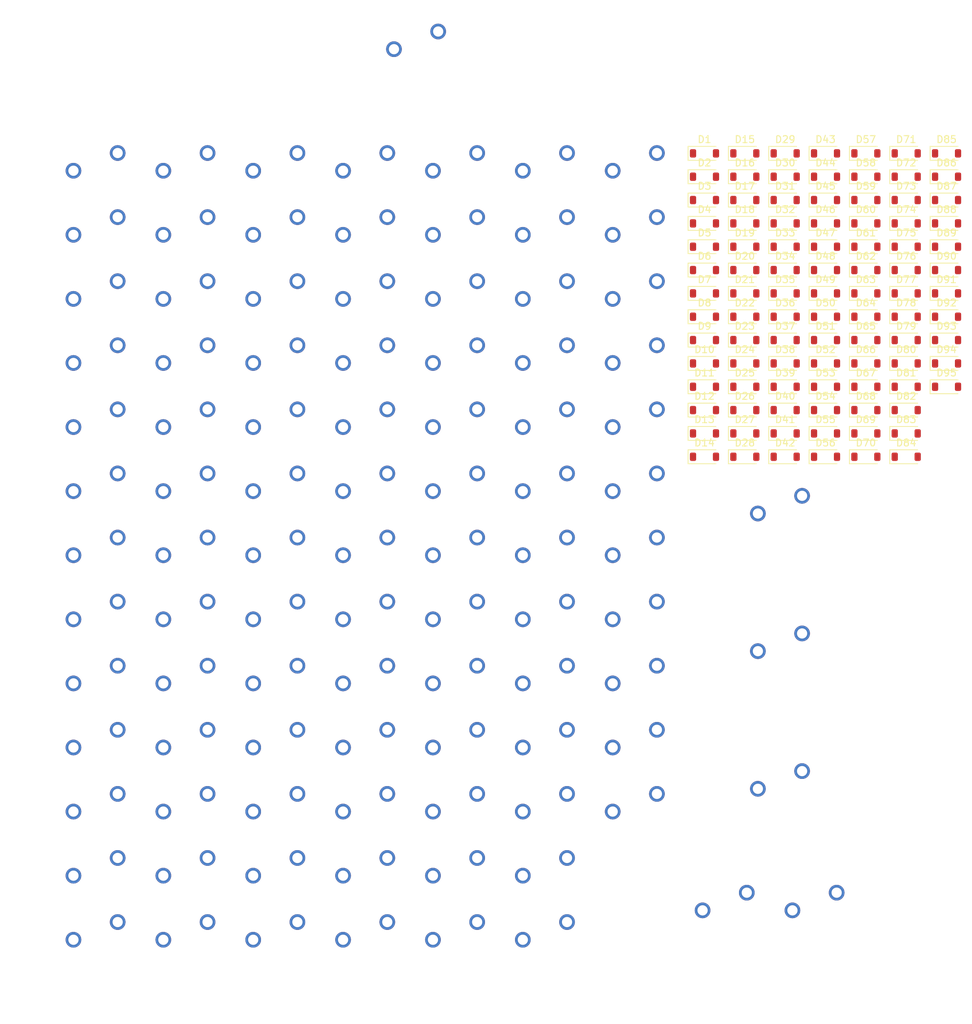
<source format=kicad_pcb>
(kicad_pcb (version 20240108) (generator "pcbnew") (generator_version "8.0")
  (layers (0 "F.Cu" signal) (31 "B.Cu" signal) (34 "B.Paste" user) (35 "F.Paste" user) (36 "B.SilkS" user "B.Silkscreen") (37 "F.SilkS" user "F.Silkscreen") (38 "B.Mask" user) (39 "F.Mask" user) (44 "Edge.Cuts" user))
  (net 0 "")
  (net 1 "ROW1")
  (net 2 "Net-(D1-A)")
  (net 3 "Net-(D2-A)")
  (net 4 "ROW2")
  (net 5 "Net-(D3-A)")
  (net 6 "ROW3")
  (net 7 "ROW4")
  (net 8 "Net-(D4-A)")
  (net 9 "Net-(D5-A)")
  (net 10 "ROW5")
  (net 11 "ROW0")
  (net 12 "Net-(D6-A)")
  (net 13 "Net-(D7-A)")
  (net 14 "Net-(D8-A)")
  (net 15 "Net-(D9-A)")
  (net 16 "Net-(D10-A)")
  (net 17 "Net-(D11-A)")
  (net 18 "Net-(D12-A)")
  (net 19 "Net-(D13-A)")
  (net 20 "Net-(D14-A)")
  (net 21 "Net-(D15-A)")
  (net 22 "Net-(D16-A)")
  (net 23 "Net-(D17-A)")
  (net 24 "Net-(D18-A)")
  (net 25 "Net-(D19-A)")
  (net 26 "Net-(D20-A)")
  (net 27 "Net-(D21-A)")
  (net 28 "Net-(D22-A)")
  (net 29 "Net-(D23-A)")
  (net 30 "Net-(D24-A)")
  (net 31 "Net-(D25-A)")
  (net 32 "Net-(D26-A)")
  (net 33 "Net-(D27-A)")
  (net 34 "Net-(D28-A)")
  (net 35 "Net-(D29-A)")
  (net 36 "Net-(D30-A)")
  (net 37 "Net-(D31-A)")
  (net 38 "Net-(D32-A)")
  (net 39 "Net-(D33-A)")
  (net 40 "Net-(D34-A)")
  (net 41 "Net-(D35-A)")
  (net 42 "Net-(D36-A)")
  (net 43 "Net-(D37-A)")
  (net 44 "Net-(D38-A)")
  (net 45 "Net-(D39-A)")
  (net 46 "Net-(D40-A)")
  (net 47 "Net-(D41-A)")
  (net 48 "Net-(D42-A)")
  (net 49 "Net-(D43-A)")
  (net 50 "Net-(D44-A)")
  (net 51 "Net-(D45-A)")
  (net 52 "Net-(D46-A)")
  (net 53 "Net-(D47-A)")
  (net 54 "Net-(D48-A)")
  (net 55 "Net-(D49-A)")
  (net 56 "Net-(D50-A)")
  (net 57 "Net-(D51-A)")
  (net 58 "Net-(D52-A)")
  (net 59 "Net-(D53-A)")
  (net 60 "Net-(D54-A)")
  (net 61 "Net-(D55-A)")
  (net 62 "Net-(D56-A)")
  (net 63 "Net-(D57-A)")
  (net 64 "Net-(D58-A)")
  (net 65 "Net-(D59-A)")
  (net 66 "Net-(D60-A)")
  (net 67 "Net-(D61-A)")
  (net 68 "Net-(D62-A)")
  (net 69 "Net-(D63-A)")
  (net 70 "Net-(D64-A)")
  (net 71 "Net-(D65-A)")
  (net 72 "Net-(D66-A)")
  (net 73 "Net-(D67-A)")
  (net 74 "Net-(D68-A)")
  (net 75 "Net-(D69-A)")
  (net 76 "Net-(D70-A)")
  (net 77 "Net-(D71-A)")
  (net 78 "Net-(D72-A)")
  (net 79 "Net-(D73-A)")
  (net 80 "Net-(D74-A)")
  (net 81 "Net-(D75-A)")
  (net 82 "Net-(D76-A)")
  (net 83 "Net-(D77-A)")
  (net 84 "Net-(D78-A)")
  (net 85 "Net-(D79-A)")
  (net 86 "Net-(D80-A)")
  (net 87 "Net-(D81-A)")
  (net 88 "Net-(D82-A)")
  (net 89 "Net-(D83-A)")
  (net 90 "Net-(D84-A)")
  (net 91 "Net-(D85-A)")
  (net 92 "Net-(D86-A)")
  (net 93 "Net-(D87-A)")
  (net 94 "Net-(D88-A)")
  (net 95 "Net-(D89-A)")
  (net 96 "Net-(D90-A)")
  (net 97 "Net-(D91-A)")
  (net 98 "Net-(D92-A)")
  (net 99 "Net-(D93-A)")
  (net 100 "Net-(D94-A)")
  (net 101 "COL0")
  (net 102 "COl1")
  (net 103 "COL2")
  (net 104 "COL3")
  (net 105 "COL4")
  (net 106 "COL5")
  (net 107 "COL6")
  (net 108 "COL7")
  (net 109 "COL8")
  (net 110 "COL9")
  (net 111 "COL10")
  (net 112 "COL11")
  (net 113 "COL12")
  (net 114 "COL13")
  (net 115 "COL14")
  (net 116 "COL15")
  (net 117 "COL16")
  (net 118 "COL17")
  (footprint "MX_Only:MXOnly-1U-NoLED" (layer "F.Cu") (at 31.775 53.5517)
    (property "Reference" "MX32")
    (property "Value" "MX-NoLED")
  )
  (footprint "Diode_SMD:D_SOD-123" (layer "F.Cu") (at 98.585 61.125)
    (property "Reference" "D27")
    (property "Value" "SOD-123")
  )
  (footprint "Diode_SMD:D_SOD-123" (layer "F.Cu") (at 127.56 44.375)
    (property "Reference" "D92")
    (property "Value" "SOD-123")
  )
  (footprint "Diode_SMD:D_SOD-123" (layer "F.Cu") (at 127.56 54.425)
    (property "Reference" "D95")
    (property "Value" "SOD-123")
  )
  (footprint "Diode_SMD:D_SOD-123" (layer "F.Cu") (at 92.79 30.975)
    (property "Reference" "D4")
    (property "Value" "SOD-123")
  )
  (footprint "Diode_SMD:D_SOD-123" (layer "F.Cu") (at 104.38 64.475)
    (property "Reference" "D42")
    (property "Value" "SOD-123")
  )
  (footprint "Diode_SMD:D_SOD-123" (layer "F.Cu") (at 92.79 20.925)
    (property "Reference" "D1")
    (property "Value" "SOD-123")
  )
  (footprint "MX_Only:MXOnly-1U-NoLED" (layer "F.Cu") (at 44.685 53.5517)
    (property "Reference" "MX46")
    (property "Value" "MX-NoLED")
  )
  (footprint "MX_Only:MXOnly-1U-NoLED" (layer "F.Cu") (at 31.775 71.9495)
    (property "Reference" "MX34")
    (property "Value" "MX-NoLED")
  )
  (footprint "MX_Only:MXOnly-1U-NoLED" (layer "F.Cu") (at 83.415 53.5517)
    (property "Reference" "MX88")
    (property "Value" "MX-NoLED")
  )
  (footprint "Diode_SMD:D_SOD-123" (layer "F.Cu") (at 98.585 37.675)
    (property "Reference" "D20")
    (property "Value" "SOD-123")
  )
  (footprint "MX_Only:MXOnly-1U-NoLED" (layer "F.Cu") (at 5.955 25.955)
    (property "Reference" "MX1")
    (property "Value" "MX-NoLED")
  )
  (footprint "MX_Only:MXOnly-1U-NoLED" (layer "F.Cu") (at 83.415 108.7451)
    (property "Reference" "MX94")
    (property "Value" "MX-NoLED")
  )
  (footprint "Diode_SMD:D_SOD-123" (layer "F.Cu") (at 110.175 27.625)
    (property "Reference" "D45")
    (property "Value" "SOD-123")
  )
  (footprint "Diode_SMD:D_SOD-123" (layer "F.Cu") (at 115.97 64.475)
    (property "Reference" "D70")
    (property "Value" "SOD-123")
  )
  (footprint "MX_Only:MXOnly-1U-NoLED" (layer "F.Cu") (at 44.685 117.944)
    (property "Reference" "MX53")
    (property "Value" "MX-NoLED")
  )
  (footprint "Diode_SMD:D_SOD-123" (layer "F.Cu") (at 92.79 41.025)
    (property "Reference" "D7")
    (property "Value" "SOD-123")
  )
  (footprint "Diode_SMD:D_SOD-123" (layer "F.Cu") (at 127.56 41.025)
    (property "Reference" "D91")
    (property "Value" "SOD-123")
  )
  (footprint "Diode_SMD:D_SOD-123" (layer "F.Cu") (at 110.175 54.425)
    (property "Reference" "D53")
    (property "Value" "SOD-123")
  )
  (footprint "MX_Only:MXOnly-1U-NoLED" (layer "F.Cu") (at 18.865 44.3528)
    (property "Reference" "MX18")
    (property "Value" "MX-NoLED")
  )
  (footprint "Diode_SMD:D_SOD-123" (layer "F.Cu") (at 115.97 37.675)
    (property "Reference" "D62")
    (property "Value" "SOD-123")
  )
  (footprint "Diode_SMD:D_SOD-123" (layer "F.Cu") (at 115.97 61.125)
    (property "Reference" "D69")
    (property "Value" "SOD-123")
  )
  (footprint "Diode_SMD:D_SOD-123" (layer "F.Cu") (at 98.585 20.925)
    (property "Reference" "D15")
    (property "Value" "SOD-123")
  )
  (footprint "MX_Only:MXOnly-1U-NoLED" (layer "F.Cu") (at 18.865 136.3418)
    (property "Reference" "MX28")
    (property "Value" "MX-NoLED")
  )
  (footprint "MX_Only:MXOnly-1U-NoLED" (layer "F.Cu") (at 70.505 71.9495)
    (property "Reference" "MX74")
    (property "Value" "MX-NoLED")
  )
  (footprint "Diode_SMD:D_SOD-123" (layer "F.Cu") (at 115.97 24.275)
    (property "Reference" "D58")
    (property "Value" "SOD-123")
  )
  (footprint "MX_Only:MXOnly-1U-NoLED" (layer "F.Cu") (at 57.595 117.944)
    (property "Reference" "MX66")
    (property "Value" "MX-NoLED")
  )
  (footprint "Diode_SMD:D_SOD-123" (layer "F.Cu") (at 127.56 47.725)
    (property "Reference" "D93")
    (property "Value" "SOD-123")
  )
  (footprint "Diode_SMD:D_SOD-123" (layer "F.Cu") (at 127.56 34.325)
    (property "Reference" "D89")
    (property "Value" "SOD-123")
  )
  (footprint "Diode_SMD:D_SOD-123" (layer "F.Cu") (at 127.56 30.975)
    (property "Reference" "D88")
    (property "Value" "SOD-123")
  )
  (footprint "Diode_SMD:D_SOD-123" (layer "F.Cu") (at 98.585 30.975)
    (property "Reference" "D18")
    (property "Value" "SOD-123")
  )
  (footprint "Diode_SMD:D_SOD-123" (layer "F.Cu") (at 104.38 57.775)
    (property "Reference" "D40")
    (property "Value" "SOD-123")
  )
  (footprint "MX_Only:MXOnly-1U-NoLED" (layer "F.Cu") (at 31.775 81.1484)
    (property "Reference" "MX35")
    (property "Value" "MX-NoLED")
  )
  (footprint "Diode_SMD:D_SOD-123" (layer "F.Cu") (at 98.585 51.075)
    (property "Reference" "D24")
    (property "Value" "SOD-123")
  )
  (footprint "MX_Only:MXOnly-1U-NoLED" (layer "F.Cu") (at 18.865 71.9495)
    (property "Reference" "MX21")
    (property "Value" "MX-NoLED")
  )
  (footprint "Diode_SMD:D_SOD-123" (layer "F.Cu") (at 115.97 41.025)
    (property "Reference" "D63")
    (property "Value" "SOD-123")
  )
  (footprint "MX_Only:MXOnly-1U-NoLED" (layer "F.Cu") (at 5.955 127.1429)
    (property "Reference" "MX14")
    (property "Value" "MX-NoLED")
  )
  (footprint "Diode_SMD:D_SOD-123" (layer "F.Cu") (at 98.585 47.725)
    (property "Reference" "D23")
    (property "Value" "SOD-123")
  )
  (footprint "Diode_SMD:D_SOD-123" (layer "F.Cu") (at 104.38 47.725)
    (property "Reference" "D37")
    (property "Value" "SOD-123")
  )
  (footprint "Diode_SMD:D_SOD-123" (layer "F.Cu") (at 104.38 34.325)
    (property "Reference" "D33")
    (property "Value" "SOD-123")
  )
  (footprint "MX_Only:MXOnly-1.5U-NoLED" (layer "F.Cu") (at 5.955 90.3473)
    (property "Reference" "MX8")
    (property "Value" "MX-NoLED")
  )
  (footprint "Diode_SMD:D_SOD-123" (layer "F.Cu") (at 92.79 54.425)
    (property "Reference" "D11")
    (property "Value" "SOD-123")
  )
  (footprint "MX_Only:MXOnly-1U-NoLED" (layer "F.Cu") (at 44.685 108.7451)
    (property "Reference" "MX52")
    (property "Value" "MX-NoLED")
  )
  (footprint "Diode_SMD:D_SOD-123" (layer "F.Cu") (at 104.38 54.425)
    (property "Reference" "D39")
    (property "Value" "SOD-123")
  )
  (footprint "MX_Only:MXOnly-1.25U-NoLED" (layer "F.Cu") (at 57.595 127.1429)
    (property "Reference" "MX67")
    (property "Value" "MX-NoLED")
  )
  (footprint "MX_Only:MXOnly-1U-NoLED" (layer "F.Cu") (at 5.955 62.7506)
    (property "Reference" "MX5")
    (property "Value" "MX-NoLED")
  )
  (footprint "MX_Only:MXOnly-1U-NoLED" (layer "F.Cu") (at 70.505 90.3473)
    (property "Reference" "MX76")
    (property "Value" "MX-NoLED")
  )
  (footprint "MX_Only:MXOnly-1.25U-NoLED" (layer "F.Cu") (at 57.595 71.9495)
    (property "Reference" "MX61")
    (property "Value" "MX-NoLED")
  )
  (footprint "Diode_SMD:D_SOD-123" (layer "F.Cu") (at 110.175 41.025)
    (property "Reference" "D49")
    (property "Value" "SOD-123")
  )
  (footprint "Diode_SMD:D_SOD-123" (layer "F.Cu") (at 104.38 20.925)
    (property "Reference" "D29")
    (property "Value" "SOD-123")
  )
  (footprint "Diode_SMD:D_SOD-123" (layer "F.Cu") (at 92.79 47.725)
    (property "Reference" "D9")
    (property "Value" "SOD-123")
  )
  (footprint "MX_Only:MXOnly-1.25U-NoLED" (layer "F.Cu") (at 18.865 90.3473)
    (property "Reference" "MX23")
    (property "Value" "MX-NoLED")
  )
  (footprint "MX_Only:MXOnly-1U-NoLED" (layer "F.Cu") (at 31.775 136.3418)
    (property "Reference" "MX42")
    (property "Value" "MX-NoLED")
  )
  (footprint "MX_Only:MXOnly-1U-NoLED" (layer "F.Cu") (at 5.955 44.3528)
    (property "Reference" "MX3")
    (property "Value" "MX-NoLED")
  )
  (footprint "MX_Only:MXOnly-1U-NoLED" (layer "F.Cu") (at 57.595 53.5517)
    (property "Reference" "MX59")
    (property "Value" "MX-NoLED")
  )
  (footprint "MX_Only:MXOnly-1U-NoLED" (layer "F.Cu") (at 18.865 99.5462)
    (property "Reference" "MX24")
    (property "Value" "MX-NoLED")
  )
  (footprint "MX_Only:MXOnly-1U-NoLED" (layer "F.Cu") (at 18.865 25.955)
    (property "Reference" "MX16")
    (property "Value" "MX-NoLED")
  )
  (footprint "MX_Only:MXOnly-1U-NoLED" (layer "F.Cu") (at 57.595 81.1484)
    (property "Reference" "MX62")
    (property "Value" "MX-NoLED")
  )
  (footprint "Diode_SMD:D_SOD-123" (layer "F.Cu") (at 92.79 34.325)
    (property "Reference" "D5")
    (property "Value" "SOD-123")
  )
  (footprint "MX_Only:MXOnly-1U-NoLED" (layer "F.Cu") (at 70.505 99.5462)
    (property "Reference" "MX78")
    (property "Value" "MX-NoLED")
  )
  (footprint "Diode_SMD:D_SOD-123" (layer "F.Cu") (at 127.56 37.675)
    (property "Reference" "D90")
    (property "Value" "SOD-123")
  )
  (footprint "Diode_SMD:D_SOD-123" (layer "F.Cu") (at 110.175 24.275)
    (property "Reference" "D44")
    (property "Value" "SOD-123")
  )
  (footprint "Diode_SMD:D_SOD-123" (layer "F.Cu") (at 121.765 34.325)
    (property "Reference" "D75")
    (property "Value" "SOD-123")
  )
  (footprint "Diode_SMD:D_SOD-123" (layer "F.Cu") (at 121.765 37.675)
    (property "Reference" "D76")
    (property "Value" "SOD-123")
  )
  (footprint "MX_Only:MXOnly-1.5U-NoLED" (layer "F.Cu") (at 70.505 108.7451)
    (property "Reference" "MX79")
    (property "Value" "MX-NoLED")
  )
  (footprint "MX_Only:MXOnly-1U-NoLED" (layer "F.Cu") (at 70.505 127.1429)
    (property "Reference" "MX82")
    (property "Value" "MX-NoLED")
  )
  (footprint "Diode_SMD:D_SOD-123" (layer "F.Cu") (at 121.765 47.725)
    (property "Reference" "D79")
    (property "Value" "SOD-123")
  )
  (footprint "Diode_SMD:D_SOD-123" (layer "F.Cu") (at 115.97 47.725)
    (property "Reference" "D65")
    (property "Value" "SOD-123")
  )
  (footprint "Diode_SMD:D_SOD-123" (layer "F.Cu") (at 104.38 41.025)
    (property "Reference" "D35")
    (property "Value" "SOD-123")
  )
  (footprint "Diode_SMD:D_SOD-123" (layer "F.Cu") (at 98.585 54.425)
    (property "Reference" "D25")
    (property "Value" "SOD-123")
  )
  (footprint "Diode_SMD:D_SOD-123" (layer "F.Cu") (at 115.97 27.625)
    (property "Reference" "D59")
    (property "Value" "SOD-123")
  )
  (footprint "Diode_SMD:D_SOD-123" (layer "F.Cu") (at 115.97 44.375)
    (property "Reference" "D64")
    (property "Value" "SOD-123")
  )
  (footprint "Diode_SMD:D_SOD-123" (layer "F.Cu") (at 104.38 44.375)
    (property "Reference" "D36")
    (property "Value" "SOD-123")
  )
  (footprint "Diode_SMD:D_SOD-123" (layer "F.Cu") (at 92.79 61.125)
    (property "Reference" "D13")
    (property "Value" "SOD-123")
  )
  (footprint "Diode_SMD:D_SOD-123" (layer "F.Cu") (at 98.585 27.625)
    (property "Reference" "D17")
    (property "Value" "SOD-123")
  )
  (footprint "MX_Only:MXOnly-1U-NoLED" (layer "F.Cu") (at 44.685 35.1539)
    (property "Reference" "MX44")
    (property "Value" "MX-NoLED")
  )
  (footprint "MX_Only:MXOnly-1U-NoLED" (layer "F.Cu") (at 18.865 53.5517)
    (property "Reference" "MX19")
    (property "Value" "MX-NoLED")
  )
  (footprint "MX_Only:MXOnly-1U-NoLED" (layer "F.Cu") (at 18.865 117.944)
    (property "Reference" "MX26")
    (property "Value" "MX-NoLED")
  )
  (footprint "MX_Only:MXOnly-1U-NoLED" (layer "F.Cu") (at 70.505 136.3418)
    (property "Reference" "MX83")
    (property "Value" "MX-NoLED")
  )
  (footprint "MX_Only:MXOnly-1U-NoLED" (layer "F.Cu") (at 31.775 44.3528)
    (property "Reference" "MX31")
    (property "Value" "MX-NoLED")
  )
  (footprint "Diode_SMD:D_SOD-123" (layer "F.Cu") (at 110.175 20.925)
    (property "Reference" "D43")
    (property "Value" "SOD-123")
  )
  (footprint "MX_Only:MXOnly-1U-NoLED" (layer "F.Cu") (at 57.595 25.955)
    (property "Reference" "MX56")
    (property "Value" "MX-NoLED")
  )
  (footprint "Diode_SMD:D_SOD-123" (layer "F.Cu") (at 98.585 57.775)
    (property "Reference" "D26")
    (property "Value" "SOD-123")
  )
  (footprint "Diode_SMD:D_SOD-123" (layer "F.Cu") (at 110.175 64.475)
    (property "Reference" "D56")
    (property "Value" "SOD-123")
  )
  (footprint "Diode_SMD:D_SOD-123" (layer "F.Cu") (at 127.56 27.625)
    (property "Reference" "D87")
    (property "Value" "SOD-123")
  )
  (footprint "MX_Only:MXOnly-1U-NoLED" (layer "F.Cu") (at 57.595 35.1539)
    (property "Reference" "MX57")
    (property "Value" "MX-NoLED")
  )
  (footprint "MX_Only:MXOnly-1U-NoLED" (layer "F.Cu") (at 18.865 127.1429)
    (property "Reference" "MX27")
    (property "Value" "MX-NoLED")
  )
  (footprint "Diode_SMD:D_SOD-123" (layer "F.Cu") (at 104.38 24.275)
    (property "Reference" "D30")
    (property "Value" "SOD-123")
  )
  (footprint "Diode_SMD:D_SOD-123" (layer "F.Cu") (at 115.97 34.325)
    (property "Reference" "D61")
    (property "Value" "SOD-123")
  )
  (footprint "Diode_SMD:D_SOD-123" (layer "F.Cu") (at 115.97 54.425)
    (property "Reference" "D67")
    (property "Value" "SOD-123")
  )
  (footprint "Diode_SMD:D_SOD-123" (layer "F.Cu") (at 104.38 27.625)
    (property "Reference" "D31")
    (property "Value" "SOD-123")
  )
  (footprint "Diode_SMD:D_SOD-123" (layer "F.Cu") (at 127.56 24.275)
    (property "Reference" "D86")
    (property "Value" "SOD-123")
  )
  (footprint "MX_Only:MXOnly-1U-NoLED" (layer "F.Cu") (at 5.955 35.1539)
    (property "Reference" "MX2")
    (property "Value" "MX-NoLED")
  )
  (footprint "Diode_SMD:D_SOD-123" (layer "F.Cu") (at 121.765 24.275)
    (property "Reference" "D72")
    (property "Value" "SOD-123")
  )
  (footprint "Diode_SMD:D_SOD-123" (layer "F.Cu") (at 121.765 27.625)
    (property "Reference" "D73")
    (property "Value" "SOD-123")
  )
  (footprint "Diode_SMD:D_SOD-123" (layer "F.Cu") (at 110.175 61.125)
    (property "Reference" "D55")
    (property "Value" "SOD-123")
  )
  (footprint "Diode_SMD:D_SOD-123" (layer "F.Cu") (at 127.56 51.075)
    (property "Reference" "D94")
    (property "Value" "SOD-123")
  )
  (footprint "MX_Only:MXOnly-1U-NoLED" (layer "F.Cu") (at 44.685 44.3528)
    (property "Reference" "MX45")
    (property "Value" "MX-NoLED")
  )
  (footprint "MX_Only:MXOnly-1U-NoLED" (layer "F.Cu") (at 57.595 99.5462)
    (property "Reference" "MX64")
    (property "Value" "MX-NoLED")
  )
  (footprint "Diode_SMD:D_SOD-123" (layer "F.Cu") (at 98.585 41.025)
    (property "Reference" "D21")
    (property "Value" "SOD-123")
  )
  (footprint "MX_Only:MXOnly-1U-NoLED" (layer "F.Cu") (at 70.505 44.3528)
    (property "Reference" "MX71")
    (property "Value" "MX-NoLED")
  )
  (footprint "MX_Only:MXOnly-1U-NoLED" (layer "F.Cu") (at 44.685 71.9495)
    (property "Reference" "MX48")
    (property "Value" "MX-NoLED")
  )
  (footprint "Diode_SMD:D_SOD-123" (layer "F.Cu") (at 92.79 64.475)
    (property "Reference" "D14")
    (property "Value" "SOD-123")
  )
  (footprint "MX_Only:MXOnly-1U-NoLED" (layer "F.Cu") (at 83.415 99.5462)
    (property "Reference" "MX93")
    (property "Value" "MX-NoLED")
  )
  (footprint "Diode_SMD:D_SOD-123" (layer "F.Cu") (at 121.765 54.425)
    (property "Reference" "D81")
    (property "Value" "SOD-123")
  )
  (footprint "Diode_SMD:D_SOD-123" (layer "F.Cu") (at 104.38 37.675)
    (property "Reference" "D34")
    (property "Value" "SOD-123")
  )
  (footprint "Diode_SMD:D_SOD-123" (layer "F.Cu") (at 110.175 47.725)
    (property "Reference" "D51")
    (property "Value" "SOD-123")
  )
  (footprint "Diode_SMD:D_SOD-123" (layer "F.Cu") (at 92.79 57.775)
    (property "Reference" "D12")
    (property "Value" "SOD-123")
  )
  (footprint "MX_Only:MXOnly-1U-NoLED" (layer "F.Cu") (at 83.415 62.7506)
    (property "Reference" "MX89")
    (property "Value" "MX-NoLED")
  )
  (footprint "Diode_SMD:D_SOD-123" (layer "F.Cu") (at 115.97 51.075)
    (property "Reference" "D66")
    (property "Value" "SOD-123")
  )
  (footprint "MX_Only:MXOnly-1U-NoLED" (layer "F.Cu") (at 18.865 62.7506)
    (property "Reference" "MX20")
    (property "Value" "MX-NoLED")
  )
  (footprint "Diode_SMD:D_SOD-123" (layer "F.Cu") (at 92.79 44.375)
    (property "Reference" "D8")
    (property "Value" "SOD-123")
  )
  (footprint "MX_Only:MXOnly-2.25U-NoLED" (layer "F.Cu") (at 104.27015 114.6748)
    (property "Reference" "MX80")
    (property "Value" "MX-NoLED")
  )
  (footprint "Diode_SMD:D_SOD-123" (layer "F.Cu") (at 98.585 34.325)
    (property "Reference" "D19")
    (property "Value" "SOD-123")
  )
  (footprint "MX_Only:MXOnly-1U-NoLED" (layer "F.Cu") (at 83.415 117.944)
    (property "Reference" "MX95")
    (property "Value" "MX-NoLED")
  )
  (footprint "Diode_SMD:D_SOD-123" (layer "F.Cu") (at 98.585 44.375)
    (property "Reference" "D22")
    (property "Value" "SOD-123")
  )
  (footprint "MX_Only:MXOnly-1U-NoLED" (layer "F.Cu") (at 31.775 99.5462)
    (property "Reference" "MX37")
    (property "Value" "MX-NoLED")
  )
  (footprint "MX_Only:MXOnly-1U-NoLED" (layer "F.Cu") (at 70.505 53.5517)
    (property "Reference" "MX72")
    (property "Value" "MX-NoLED")
  )
  (footprint "MX_Only:MXOnly-1U-NoLED" (layer "F.Cu") (at 83.415 44.3528)
    (property "Reference" "MX87")
    (property "Value" "MX-NoLED")
  )
  (footprint "MX_Only:MXOnly-1U-NoLED" (layer "F.Cu") (at 44.685 81.1484)
    (property "Reference" "MX49")
    (property "Value" "MX-NoLED")
  )
  (footprint "Diode_SMD:D_SOD-123" (layer "F.Cu") (at 92.79 51.075)
    (property "Reference" "D10")
    (property "Value" "SOD-123")
  )
  (footprint "Diode_SMD:D_SOD-123" (layer "F.Cu") (at 121.765 64.475)
    (property "Reference" "D84")
    (property "Value" "SOD-123")
  )
  (footprint "MX_Only:MXOnly-1U-NoLED" (layer "F.Cu") (at 44.685 99.5462)
    (property "Reference" "MX51")
    (property "Value" "MX-NoLED")
  )
  (footprint "Diode_SMD:D_SOD-123" (layer "F.Cu") (at 98.585 24.275)
    (property "Reference" "D16")
    (property "Value" "SOD-123")
  )
  (footprint "MX_Only:MXOnly-1U-NoLED" (layer "F.Cu") (at 83.415 35.1539)
    (property "Reference" "MX86")
    (property "Value" "MX-NoLED")
  )
  (footprint "MX_Only:MXOnly-2.25U-NoLED" (layer "F.Cu") (at 104.27015 75.159)
    (property "Reference" "MX10")
    (property "Value" "MX-NoLED")
  )
  (footprint "MX_Only:MXOnly-1U-NoLED" (layer "F.Cu") (at 70.505 117.944)
    (property "Reference" "MX81")
    (property "Value" "MX-NoLED")
  )
  (footprint "MX_Only:MXOnly-1U-NoLED" (layer "F.Cu") (at 70.505 81.1484)
    (property "Reference" "MX75")
    (property "Value" "MX-NoLED")
  )
  (footprint "MX_Only:MXOnly-1U-NoLED" (layer "F.Cu") (at 5.955 117.944)
    (property "Reference" "MX13")
    (property "Value" "MX-NoLED")
  )
  (footprint "MX_Only:MXOnly-1U-NoLED" (layer "F.Cu") (at 70.505 25.955)
    (property "Reference" "MX69")
    (property "Value" "MX-NoLED")
  )
  (footprint "MX_Only:MXOnly-1.75U-NoLED" (layer "F.Cu") (at 96.325 132.125)
    (property "Reference" "MX9")
    (property "Value" "MX-NoLED")
  )
  (footprint "Diode_SMD:D_SOD-123" (layer "F.Cu") (at 92.79 27.625)
    (property "Reference" "D3")
    (property "Value" "SOD-123")
  )
  (footprint "Diode_SMD:D_SOD-123" (layer "F.Cu") (at 104.38 61.125)
    (property "Reference" "D41")
    (property "Value" "SOD-123")
  )
  (footprint "Diode_SMD:D_SOD-123" (layer "F.Cu") (at 110.175 30.975)
    (property "Reference" "D46")
    (property "Value" "SOD-123")
  )
  (footprint "Diode_SMD:D_SOD-123" (layer "F.Cu") (at 115.97 20.925)
    (property "Reference" "D57")
    (property "Value" "SOD-123")
  )
  (footprint "MX_Only:MXOnly-1U-NoLED" (layer "F.Cu") (at 83.415 25.955)
    (property "Reference" "MX84")
    (property "Value" "MX-NoLED")
  )
  (footprint "MX_Only:MXOnly-1U-NoLED" (layer "F.Cu") (at 109.235 132.125)
    (property "Reference" "MX85")
    (property "Value" "MX-NoLED")
  )
  (footprint "MX_Only:MXOnly-1U-NoLED" (layer "F.Cu") (at 31.775 90.3473)
    (property "Reference" "MX36")
    (property "Value" "MX-NoLED")
  )
  (footprint "MX_Only:MXOnly-1U-NoLED" (layer "F.Cu") (at 18.865 108.7451)
    (property "Reference" "MX25")
    (property "Value" "MX-NoLED")
  )
  (footprint "MX_Only:MXOnly-2.75U-NoLED" (layer "F.Cu") (at 104.27015 94.9169)
    (property "Reference" "MX77")
    (property "Value" "MX-NoLED")
  )
  (footprint "MX_Only:MXOnly-1U-NoLED" (layer "F.Cu") (at 57.595 136.3418)
    (property "Reference" "MX68")
    (property "Value" "MX-NoLED")
  )
  (footprint "MX_Only:MXOnly-1U-NoLED" (layer "F.Cu") (at 18.865 81.1484)
    (property "Reference" "MX22")
    (property "Value" "MX-NoLED")
  )
  (footprint "Diode_SMD:D_SOD-123" (layer "F.Cu") (at 110.175 34.325)
    (property "Reference" "D47")
    (property "Value" "SOD-123")
  )
  (footprint "MX_Only:MXOnly-1U-NoLED" (layer "F.Cu") (at 31.775 35.1539)
    (property "Reference" "MX30")
    (property "Value" "MX-NoLED")
  )
  (footprint "MX_Only:MXOnly-1U-NoLED" (layer "F.Cu") (at 31.775 25.955)
    (property "Reference" "MX29")
    (property "Value" "MX-NoLED")
  )
  (footprint "MX_Only:MXOnly-1U-NoLED" (layer "F.Cu") (at 44.685 127.1429)
    (property "Reference" "MX54")
    (property "Value" "MX-NoLED")
  )
  (footprint "MX_Only:MXOnly-1U-NoLED" (layer "F.Cu") (at 44.685 62.7506)
    (property "Reference" "MX47")
    (property "Value" "MX-NoLED")
  )
  (footprint "Diode_SMD:D_SOD-123" (layer "F.Cu") (at 110.175 37.675)
    (property "Reference" "D48")
    (property "Value" "SOD-123")
  )
  (footprint "Diode_SMD:D_SOD-123" (layer "F.Cu") (at 110.175 44.375)
    (property "Reference" "D50")
    (property "Value" "SOD-123")
  )
  (footprint "Diode_SMD:D_SOD-123" (layer "F.Cu") (at 121.765 30.975)
    (property "Reference" "D74")
    (property "Value" "SOD-123")
  )
  (footprint "Diode_SMD:D_SOD-123" (layer "F.Cu") (at 121.765 20.925)
    (property "Reference" "D71")
    (property "Value" "SOD-123")
  )
  (footprint "Diode_SMD:D_SOD-123" (layer "F.Cu") (at 121.765 57.775)
    (property "Reference" "D82")
    (property "Value" "SOD-123")
  )
  (footprint "MX_Only:MXOnly-1U-NoLED" (layer "F.Cu") (at 31.775 127.1429)
    (property "Reference" "MX41")
    (property "Value" "MX-NoLED")
  )
  (footprint "Diode_SMD:D_SOD-123" (layer "F.Cu") (at 104.38 51.075)
    (property "Reference" "D38")
    (property "Value" "SOD-123")
  )
  (footprint "MX_Only:MXOnly-1U-NoLED" (layer "F.Cu") (at 57.595 44.3528)
    (property "Reference" "MX58")
    (property "Value" "MX-NoLED")
  )
  (footprint "MX_Only:MXOnly-1U-NoLED" (layer "F.Cu") (at 70.505 35.1539)
    (property "Reference" "MX70")
    (property "Value" "MX-NoLED")
  )
  (footprint "MX_Only:MXOnly-1U-NoLED" (layer "F.Cu") (at 5.955 108.7451)
    (property "Reference" "MX12")
    (property "Value" "MX-NoLED")
  )
  (footprint "MX_Only:MXOnly-1U-NoLED" (layer "F.Cu") (at 57.595 108.7451)
    (property "Reference" "MX65")
    (property "Value" "MX-NoLED")
  )
  (footprint "MX_Only:MXOnly-1U-NoLED" (layer "F.Cu") (at 44.685 90.3473)
    (property "Reference" "MX50")
    (property "Value" "MX-NoLED")
  )
  (footprint "MX_Only:MXOnly-1.25U-NoLED" (layer "F.Cu") (at 70.505 62.7506)
    (property "Reference" "MX73")
    (property "Value" "MX-NoLED")
  )
  (footprint "MX_Only:MXOnly-1U-NoLED" (layer "F.Cu") (at 83.415 71.9495)
    (property "Reference" "MX90")
    (property "Value" "MX-NoLED")
  )
  (footprint "Diode_SMD:D_SOD-123" (layer "F.Cu") (at 121.765 41.025)
    (property "Reference" "D77")
    (property "Value" "SOD-123")
  )
  (footprint "MX_Only:MXOnly-1.25U-NoLED" (layer "F.Cu") (at 18.865 35.1539)
    (property "Reference" "MX17")
    (property "Value" "MX-NoLED")
  )
  (footprint "MX_Only:MXOnly-1U-NoLED" (layer "F.Cu") (at 5.955 136.3418)
    (property "Reference" "MX15")
    (property "Value" "MX-NoLED")
  )
  (footprint "Diode_SMD:D_SOD-123" (layer "F.Cu") (at 92.79 24.275)
    (property "Reference" "D2")
    (property "Value" "SOD-123")
  )
  (footprint "MX_Only:MXOnly-1U-NoLED" (layer "F.Cu") (at 5.955 71.9495)
    (property "Reference" "MX6")
    (property "Value" "MX-NoLED")
  )
  (footprint "Diode_SMD:D_SOD-123" (layer "F.Cu") (at 121.765 61.125)
    (property "Reference" "D83")
    (property "Value" "SOD-123")
  )
  (footprint "MX_Only:MXOnly-1U-NoLED" (layer "F.Cu") (at 83.415 90.3473)
    (property "Reference" "MX92")
    (property "Value" "MX-NoLED")
  )
  (footprint "Diode_SMD:D_SOD-123" (layer "F.Cu") (at 121.765 51.075)
    (property "Reference" "D80")
    (property "Value" "SOD-123")
  )
  (footprint "Diode_SMD:D_SOD-123" (layer "F.Cu") (at 115.97 57.775)
    (property "Reference" "D68")
    (property "Value" "SOD-123")
  )
  (footprint "Diode_SMD:D_SOD-123" (layer "F.Cu") (at 92.79 37.675)
    (property "Reference" "D6")
    (property "Value" "SOD-123")
  )
  (footprint "Diode_SMD:D_SOD-123" (layer "F.Cu") (at 104.38 30.975)
    (property "Reference" "D32")
    (property "Value" "SOD-123")
  )
  (footprint "MX_Only:MXOnly-1U-NoLED" (layer "F.Cu") (at 57.595 90.3473)
    (property "Reference" "MX63")
    (property "Value" "MX-NoLED")
  )
  (footprint "MX_Only:MXOnly-1U-NoLED" (layer "F.Cu") (at 57.595 62.7506)
    (property "Reference" "MX60")
    (property "Value" "MX-NoLED")
  )
  (footprint "MX_Only:MXOnly-1U-NoLED" (layer "F.Cu") (at 44.685 25.955)
    (property "Reference" "MX43")
    (property "Value" "MX-NoLED")
  )
  (footprint "Diode_SMD:D_SOD-123" (layer "F.Cu") (at 121.765 44.375)
    (property "Reference" "D78")
    (property "Value" "SOD-123")
  )
  (footprint "MX_Only:MXOnly-1.25U-NoLED" (layer "F.Cu") (at 5.955 99.5462)
    (property "Reference" "MX11")
    (property "Value" "MX-NoLED")
  )
  (footprint "Diode_SMD:D_SOD-123" (layer "F.Cu") (at 115.97 30.975)
    (property "Reference" "D60")
    (property "Value" "SOD-123")
  )
  (footprint "MX_Only:MXOnly-1.25U-NoLED" (layer "F.Cu") (at 44.685 136.3418)
    (property "Reference" "MX55")
    (property "Value" "MX-NoLED")
  )
  (footprint "MX_Only:MXOnly-1U-NoLED" (layer "F.Cu") (at 31.775 117.944)
    (property "Reference" "MX40")
    (property "Value" "MX-NoLED")
  )
  (footprint "MX_Only:MXOnly-1U-NoLED" (layer "F.Cu") (at 5.955 81.1484)
    (property "Reference" "MX7")
    (property "Value" "MX-NoLED")
  )
  (footprint "MX_Only:MXOnly-1U-NoLED" (layer "F.Cu") (at 83.415 81.1484)
    (property "Reference" "MX91")
    (property "Value" "MX-NoLED")
  )
  (footprint "MX_Only:MXOnly-1U-NoLED" (layer "F.Cu") (at 5.955 53.5517)
    (property "Reference" "MX4")
    (property "Value" "MX-NoLED")
  )
  (footprint "MX_Only:MXOnly-1U-NoLED" (layer "F.Cu") (at 31.775 108.7451)
    (property "Reference" "MX38")
    (property "Value" "MX-NoLED")
  )
  (footprint "Diode_SMD:D_SOD-123" (layer "F.Cu") (at 110.175 51.075)
    (property "Reference" "D52")
    (property "Value" "SOD-123")
  )
  (footprint "Diode_SMD:D_SOD-123" (layer "F.Cu") (at 110.175 57.775)
    (property "Reference" "D54")
    (property "Value" "SOD-123")
  )
  (footprint "Diode_SMD:D_SOD-123" (layer "F.Cu") (at 127.56 20.925)
    (property "Reference" "D85")
    (property "Value" "SOD-123")
  )
  (footprint "MX_Only:MXOnly-1U-NoLED" (layer "F.Cu") (at 31.775 62.7506)
    (property "Reference" "MX33")
    (property "Value" "MX-NoLED")
  )
  (footprint "Diode_SMD:D_SOD-123" (layer "F.Cu") (at 98.585 64.475)
    (property "Reference" "D28")
    (property "Value" "SOD-123")
  )
  (footprint "MX_Only:MXOnly-6.25U-NoLED" (layer "F.Cu") (at 51.9938 8.509)
    (property "Reference" "MX39")
    (property "Value" "MX-NoLED")
  )
)
</source>
